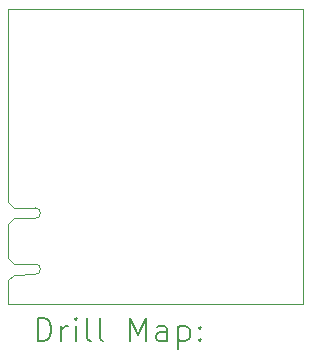
<source format=gbr>
%TF.GenerationSoftware,KiCad,Pcbnew,(6.0.11)*%
%TF.CreationDate,2023-04-24T14:11:14-03:00*%
%TF.ProjectId,HappyFeet,48617070-7946-4656-9574-2e6b69636164,V0.7*%
%TF.SameCoordinates,Original*%
%TF.FileFunction,Drillmap*%
%TF.FilePolarity,Positive*%
%FSLAX45Y45*%
G04 Gerber Fmt 4.5, Leading zero omitted, Abs format (unit mm)*
G04 Created by KiCad (PCBNEW (6.0.11)) date 2023-04-24 14:11:14*
%MOMM*%
%LPD*%
G01*
G04 APERTURE LIST*
%ADD10C,0.100000*%
%ADD11C,0.200000*%
G04 APERTURE END LIST*
D10*
X10000000Y-8634500D02*
X10000000Y-7000000D01*
X10230000Y-8684650D02*
X10047500Y-8684500D01*
X10230000Y-8774150D02*
X10050000Y-8774500D01*
X10230000Y-9159900D02*
X10047500Y-9159500D01*
X10230000Y-9248900D02*
X10050000Y-9249500D01*
X12500000Y-9500000D02*
X10000000Y-9500000D01*
X10230000Y-9248900D02*
G75*
G03*
X10230000Y-9159900I0J44500D01*
G01*
X12500000Y-7000000D02*
X12500000Y-9500000D01*
X10047500Y-9159500D02*
X10000000Y-9109500D01*
X10000000Y-9109500D02*
X10000000Y-8824500D01*
X10047500Y-8684500D02*
X10000000Y-8634500D01*
X10230000Y-8774150D02*
G75*
G03*
X10230000Y-8684650I0J44750D01*
G01*
X10000000Y-9500000D02*
X10000000Y-9299500D01*
X10000000Y-8824500D02*
X10050000Y-8774500D01*
X10000000Y-7000000D02*
X12500000Y-7000000D01*
X10000000Y-9299500D02*
X10050000Y-9249500D01*
D11*
X10252619Y-9815476D02*
X10252619Y-9615476D01*
X10300238Y-9615476D01*
X10328810Y-9625000D01*
X10347857Y-9644048D01*
X10357381Y-9663095D01*
X10366905Y-9701190D01*
X10366905Y-9729762D01*
X10357381Y-9767857D01*
X10347857Y-9786905D01*
X10328810Y-9805952D01*
X10300238Y-9815476D01*
X10252619Y-9815476D01*
X10452619Y-9815476D02*
X10452619Y-9682143D01*
X10452619Y-9720238D02*
X10462143Y-9701190D01*
X10471667Y-9691667D01*
X10490714Y-9682143D01*
X10509762Y-9682143D01*
X10576429Y-9815476D02*
X10576429Y-9682143D01*
X10576429Y-9615476D02*
X10566905Y-9625000D01*
X10576429Y-9634524D01*
X10585952Y-9625000D01*
X10576429Y-9615476D01*
X10576429Y-9634524D01*
X10700238Y-9815476D02*
X10681190Y-9805952D01*
X10671667Y-9786905D01*
X10671667Y-9615476D01*
X10805000Y-9815476D02*
X10785952Y-9805952D01*
X10776429Y-9786905D01*
X10776429Y-9615476D01*
X11033571Y-9815476D02*
X11033571Y-9615476D01*
X11100238Y-9758333D01*
X11166905Y-9615476D01*
X11166905Y-9815476D01*
X11347857Y-9815476D02*
X11347857Y-9710714D01*
X11338333Y-9691667D01*
X11319286Y-9682143D01*
X11281190Y-9682143D01*
X11262143Y-9691667D01*
X11347857Y-9805952D02*
X11328809Y-9815476D01*
X11281190Y-9815476D01*
X11262143Y-9805952D01*
X11252619Y-9786905D01*
X11252619Y-9767857D01*
X11262143Y-9748810D01*
X11281190Y-9739286D01*
X11328809Y-9739286D01*
X11347857Y-9729762D01*
X11443095Y-9682143D02*
X11443095Y-9882143D01*
X11443095Y-9691667D02*
X11462143Y-9682143D01*
X11500238Y-9682143D01*
X11519286Y-9691667D01*
X11528809Y-9701190D01*
X11538333Y-9720238D01*
X11538333Y-9777381D01*
X11528809Y-9796429D01*
X11519286Y-9805952D01*
X11500238Y-9815476D01*
X11462143Y-9815476D01*
X11443095Y-9805952D01*
X11624048Y-9796429D02*
X11633571Y-9805952D01*
X11624048Y-9815476D01*
X11614524Y-9805952D01*
X11624048Y-9796429D01*
X11624048Y-9815476D01*
X11624048Y-9691667D02*
X11633571Y-9701190D01*
X11624048Y-9710714D01*
X11614524Y-9701190D01*
X11624048Y-9691667D01*
X11624048Y-9710714D01*
M02*

</source>
